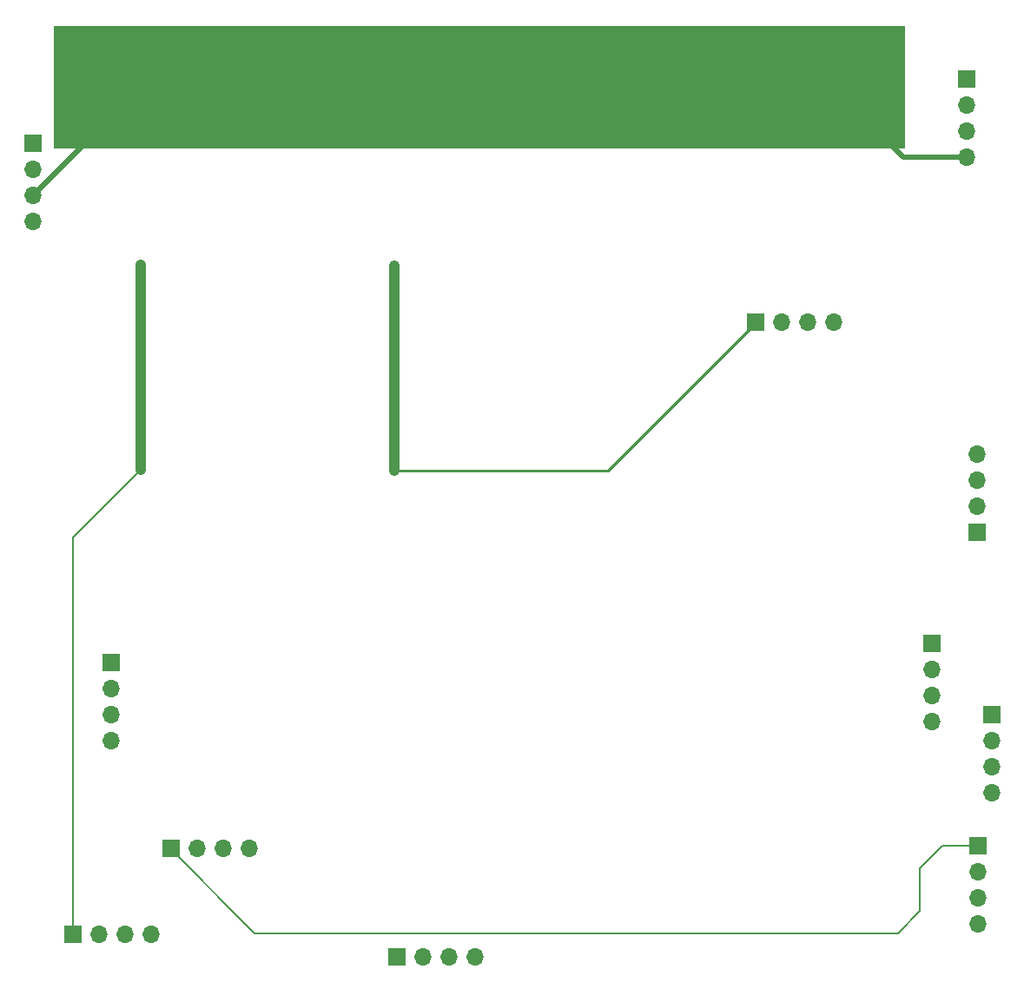
<source format=gbr>
G04 #@! TF.GenerationSoftware,KiCad,Pcbnew,(7.0.0-0)*
G04 #@! TF.CreationDate,2023-06-13T13:01:23-04:00*
G04 #@! TF.ProjectId,analog-capacitive-experiment,616e616c-6f67-42d6-9361-706163697469,rev?*
G04 #@! TF.SameCoordinates,Original*
G04 #@! TF.FileFunction,Copper,L2,Bot*
G04 #@! TF.FilePolarity,Positive*
%FSLAX46Y46*%
G04 Gerber Fmt 4.6, Leading zero omitted, Abs format (unit mm)*
G04 Created by KiCad (PCBNEW (7.0.0-0)) date 2023-06-13 13:01:23*
%MOMM*%
%LPD*%
G01*
G04 APERTURE LIST*
G04 #@! TA.AperFunction,ComponentPad*
%ADD10R,1.700000X1.700000*%
G04 #@! TD*
G04 #@! TA.AperFunction,ComponentPad*
%ADD11O,1.700000X1.700000*%
G04 #@! TD*
G04 #@! TA.AperFunction,ViaPad*
%ADD12C,0.800000*%
G04 #@! TD*
G04 #@! TA.AperFunction,Conductor*
%ADD13C,0.152400*%
G04 #@! TD*
G04 #@! TA.AperFunction,Conductor*
%ADD14C,0.250000*%
G04 #@! TD*
G04 #@! TA.AperFunction,Conductor*
%ADD15C,1.000000*%
G04 #@! TD*
G04 #@! TA.AperFunction,Conductor*
%ADD16C,0.500000*%
G04 #@! TD*
G04 APERTURE END LIST*
D10*
G04 #@! TO.P,REF\u002A\u002A,1*
G04 #@! TO.N,N/C*
X193579599Y-105209599D03*
D11*
G04 #@! TO.P,REF\u002A\u002A,2*
X193579599Y-107749599D03*
G04 #@! TO.P,REF\u002A\u002A,3*
X193579599Y-110289599D03*
G04 #@! TO.P,REF\u002A\u002A,4*
X193579599Y-112829599D03*
G04 #@! TD*
D10*
G04 #@! TO.P,REF\u002A\u002A,1*
G04 #@! TO.N,N/C*
X113620398Y-107139999D03*
D11*
G04 #@! TO.P,REF\u002A\u002A,2*
X113620398Y-109679999D03*
G04 #@! TO.P,REF\u002A\u002A,3*
X113620398Y-112219999D03*
G04 #@! TO.P,REF\u002A\u002A,4*
X113620398Y-114759999D03*
G04 #@! TD*
D10*
G04 #@! TO.P,REF\u002A\u002A,1*
G04 #@! TO.N,N/C*
X176430399Y-73892199D03*
D11*
G04 #@! TO.P,REF\u002A\u002A,2*
X178970399Y-73892199D03*
G04 #@! TO.P,REF\u002A\u002A,3*
X181510399Y-73892199D03*
G04 #@! TO.P,REF\u002A\u002A,4*
X184050399Y-73892199D03*
G04 #@! TD*
D10*
G04 #@! TO.P,REF\u002A\u002A,1*
G04 #@! TO.N,N/C*
X141427199Y-135788399D03*
D11*
G04 #@! TO.P,REF\u002A\u002A,2*
X143967199Y-135788399D03*
G04 #@! TO.P,REF\u002A\u002A,3*
X146507199Y-135788399D03*
G04 #@! TO.P,REF\u002A\u002A,4*
X149047199Y-135788399D03*
G04 #@! TD*
D10*
G04 #@! TO.P,REF\u002A\u002A,1*
G04 #@! TO.N,N/C*
X119462398Y-125224799D03*
D11*
G04 #@! TO.P,REF\u002A\u002A,2*
X122002398Y-125224799D03*
G04 #@! TO.P,REF\u002A\u002A,3*
X124542398Y-125224799D03*
G04 #@! TO.P,REF\u002A\u002A,4*
X127082398Y-125224799D03*
G04 #@! TD*
D10*
G04 #@! TO.P,J1,1,Pin_1*
G04 #@! TO.N,Net-(J1-Pin_1)*
X105999999Y-56459999D03*
D11*
G04 #@! TO.P,J1,2,Pin_2*
X105999999Y-58999999D03*
G04 #@! TO.P,J1,3,Pin_3*
G04 #@! TO.N,GND*
X105999999Y-61539999D03*
G04 #@! TO.P,J1,4,Pin_4*
X105999999Y-64079999D03*
G04 #@! TD*
D10*
G04 #@! TO.P,REF\u002A\u002A,1*
G04 #@! TO.N,N/C*
X198100799Y-124970799D03*
D11*
G04 #@! TO.P,REF\u002A\u002A,2*
X198100799Y-127510799D03*
G04 #@! TO.P,REF\u002A\u002A,3*
X198100799Y-130050799D03*
G04 #@! TO.P,REF\u002A\u002A,4*
X198100799Y-132590799D03*
G04 #@! TD*
D10*
G04 #@! TO.P,J2,1,Pin_1*
G04 #@! TO.N,Net-(J2-Pin_1)*
X197024999Y-50199999D03*
D11*
G04 #@! TO.P,J2,2,Pin_2*
X197024999Y-52739999D03*
G04 #@! TO.P,J2,3,Pin_3*
G04 #@! TO.N,GND*
X197024999Y-55279999D03*
G04 #@! TO.P,J2,4,Pin_4*
X197024999Y-57819999D03*
G04 #@! TD*
D10*
G04 #@! TO.P,REF\u002A\u002A,1*
G04 #@! TO.N,N/C*
X109911999Y-133606799D03*
D11*
G04 #@! TO.P,REF\u002A\u002A,2*
X112451999Y-133606799D03*
G04 #@! TO.P,REF\u002A\u002A,3*
X114991999Y-133606799D03*
G04 #@! TO.P,REF\u002A\u002A,4*
X117531999Y-133606799D03*
G04 #@! TD*
D10*
G04 #@! TO.P,REF\u002A\u002A,1*
G04 #@! TO.N,N/C*
X198049999Y-94389199D03*
D11*
G04 #@! TO.P,REF\u002A\u002A,2*
X198049999Y-91849199D03*
G04 #@! TO.P,REF\u002A\u002A,3*
X198049999Y-89309199D03*
G04 #@! TO.P,REF\u002A\u002A,4*
X198049999Y-86769199D03*
G04 #@! TD*
D10*
G04 #@! TO.P,REF\u002A\u002A,1*
G04 #@! TO.N,N/C*
X199421599Y-112219999D03*
D11*
G04 #@! TO.P,REF\u002A\u002A,2*
X199421599Y-114759999D03*
G04 #@! TO.P,REF\u002A\u002A,3*
X199421599Y-117299999D03*
G04 #@! TO.P,REF\u002A\u002A,4*
X199421599Y-119839999D03*
G04 #@! TD*
D12*
G04 #@! TO.N,*
X116445565Y-73309167D03*
X116445566Y-83309168D03*
X116445565Y-68309167D03*
X116445566Y-88309168D03*
X116445565Y-78309167D03*
X141180399Y-78387200D03*
X141180400Y-73387199D03*
X141180399Y-83387200D03*
X141180399Y-88387199D03*
X141180400Y-68387199D03*
G04 #@! TD*
D13*
G04 #@! TO.N,*
X192442400Y-127140400D02*
X194612000Y-124970800D01*
X127617400Y-133483400D02*
X190292400Y-133483400D01*
X109867400Y-97108400D02*
X109867400Y-94887334D01*
D14*
X162030401Y-88387199D02*
X176255400Y-74162200D01*
X141180399Y-88387199D02*
X162030401Y-88387199D01*
D15*
X116445566Y-88309168D02*
X116445565Y-68309167D01*
D13*
X190292400Y-133483400D02*
X192442400Y-131333400D01*
X119117400Y-124983400D02*
X127617400Y-133483400D01*
X109867400Y-133233400D02*
X109867400Y-97108400D01*
D15*
X141180399Y-88387199D02*
X141180400Y-68387199D01*
D13*
X109867400Y-94887334D02*
X116445566Y-88309168D01*
X194612000Y-124970800D02*
X198100800Y-124970800D01*
X192442400Y-131333400D02*
X192442400Y-127140400D01*
D16*
G04 #@! TO.N,GND*
X190820000Y-57820000D02*
X189000000Y-56000000D01*
X197025000Y-57820000D02*
X190820000Y-57820000D01*
X106000000Y-61540000D02*
X111540000Y-56000000D01*
X111540000Y-56000000D02*
X112000000Y-56000000D01*
G04 #@! TD*
G04 #@! TA.AperFunction,Conductor*
G04 #@! TO.N,GND*
G36*
X190938000Y-45016613D02*
G01*
X190983387Y-45062000D01*
X191000000Y-45124000D01*
X191000000Y-56876000D01*
X190983387Y-56938000D01*
X190938000Y-56983387D01*
X190876000Y-57000000D01*
X108124000Y-57000000D01*
X108062000Y-56983387D01*
X108016613Y-56938000D01*
X108000000Y-56876000D01*
X108000000Y-45124000D01*
X108016613Y-45062000D01*
X108062000Y-45016613D01*
X108124000Y-45000000D01*
X190876000Y-45000000D01*
X190938000Y-45016613D01*
G37*
G04 #@! TD.AperFunction*
G04 #@! TD*
M02*

</source>
